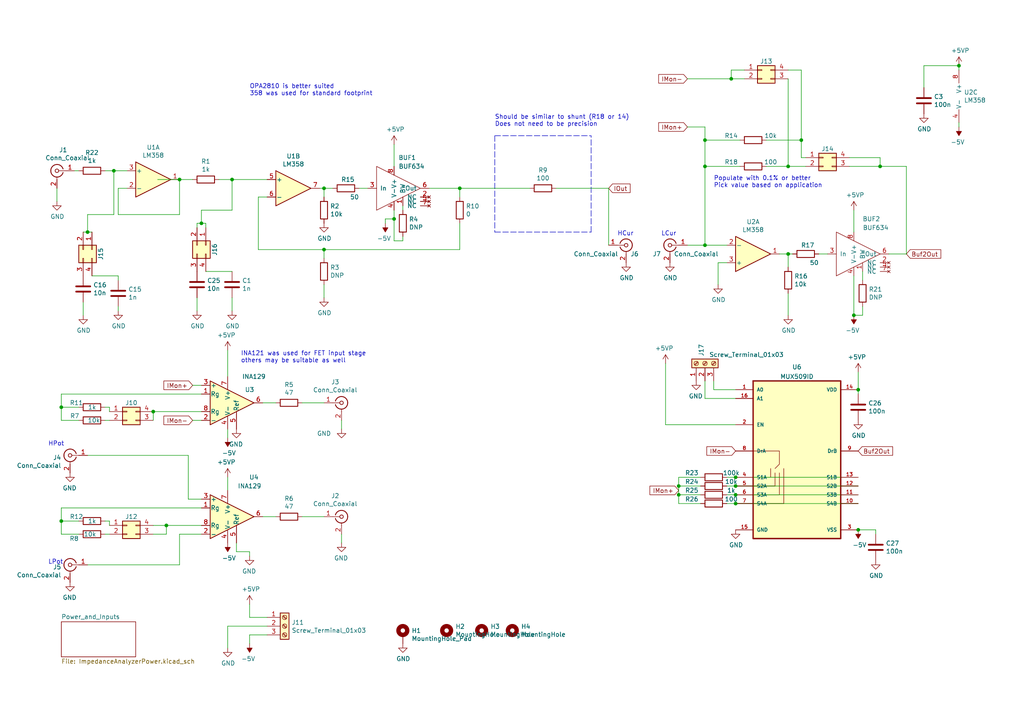
<source format=kicad_sch>
(kicad_sch (version 20211123) (generator eeschema)
  (paper "A4")
  (lib_symbols
    (symbol "Amplifier_Instrumentation:INA129" (pin_names (offset 0.127))
      (property "Reference" "U" (at 3.81 3.175 0))
      (property "Value" "INA129" (at 3.81 -3.175 0))
      (symbol "INA129_0_1"
        (polyline (pts (xy 7.62 0) (xy -5.08 6.35) (xy -5.08 -6.35) (xy 7.62 0)) (stroke (width 0.254)) (fill (type background)))
      )
      (symbol "INA129_1_1"
        (pin passive line (at -7.62 2.54 0) (length 2.54) (name "Rg") (number "1"))
        (pin input line (at -7.62 -5.08 0) (length 2.54) (name "-") (number "2"))
        (pin input line (at -7.62 5.08 0) (length 2.54) (name "+") (number "3"))
        (pin power_in line (at 0 -7.62 90) (length 3.81) (name "V-") (number "4"))
        (pin input line (at 2.54 -7.62 90) (length 5.08) (name "Ref") (number "5"))
        (pin output line (at 10.16 0 180) (length 2.54) (name "~") (number "6"))
        (pin power_in line (at 0 7.62 270) (length 3.81) (name "V+") (number "7"))
        (pin passive line (at -7.62 -2.54 0) (length 2.54) (name "Rg") (number "8"))
      )
    )
    (symbol "Amplifier_Operational:LM358" (pin_names (offset 0.127))
      (property "Reference" "U" (at 0 5.08 0))
      (property "Value" "LM358" (at 0 -5.08 0))
      (symbol "LM358_1_1"
        (polyline (pts (xy -5.08 5.08) (xy 5.08 0) (xy -5.08 -5.08) (xy -5.08 5.08)) (stroke (width 0.254)) (fill (type background)))
        (pin output line (at 7.62 0 180) (length 2.54) (name "~") (number "1"))
        (pin input line (at -7.62 -2.54 0) (length 2.54) (name "-") (number "2"))
        (pin input line (at -7.62 2.54 0) (length 2.54) (name "+") (number "3"))
      )
      (symbol "LM358_2_1"
        (polyline (pts (xy -5.08 5.08) (xy 5.08 0) (xy -5.08 -5.08) (xy -5.08 5.08)) (stroke (width 0.254)) (fill (type background)))
        (pin input line (at -7.62 2.54 0) (length 2.54) (name "+") (number "5"))
        (pin input line (at -7.62 -2.54 0) (length 2.54) (name "-") (number "6"))
        (pin output line (at 7.62 0 180) (length 2.54) (name "~") (number "7"))
      )
      (symbol "LM358_3_1"
        (pin power_in line (at -2.54 -7.62 90) (length 3.81) (name "V-") (number "4"))
        (pin power_in line (at -2.54 7.62 270) (length 3.81) (name "V+") (number "8"))
      )
    )
    (symbol "Connector:Conn_Coaxial" (pin_names (offset 1.016) hide)
      (property "Reference" "J" (at 0.254 3.048 0))
      (property "Value" "Conn_Coaxial" (at 2.921 0 90))
      (symbol "Conn_Coaxial_0_1"
        (arc (start -1.778 -0.508) (mid 0.222 -1.808) (end 1.778 0) (stroke (width 0.254)))
        (polyline (pts (xy -2.54 0) (xy -0.508 0)))
        (polyline (pts (xy 0 -2.54) (xy 0 -1.778)))
        (circle (center 0 0) (radius 0.508) (stroke (width 0.2032)))
        (arc (start 1.778 0) (mid 0.222 1.8083) (end -1.778 0.508) (stroke (width 0.254)))
      )
      (symbol "Conn_Coaxial_1_1"
        (pin passive line (at -5.08 0 0) (length 2.54) (name "In") (number "1"))
        (pin passive line (at 0 -5.08 90) (length 2.54) (name "Ext") (number "2"))
      )
    )
    (symbol "Connector:Screw_Terminal_01x03" (pin_names (offset 1.016) hide)
      (property "Reference" "J" (at 0 5.08 0))
      (property "Value" "Screw_Terminal_01x03" (at 0 -5.08 0))
      (symbol "Screw_Terminal_01x03_1_1"
        (rectangle (start -1.27 3.81) (end 1.27 -3.81) (stroke (width 0.254)) (fill (type background)))
        (circle (center 0 -2.54) (radius 0.635) (stroke (width 0.1524)))
        (polyline (pts (xy -0.5334 -2.2098) (xy 0.3302 -3.048)) (stroke (width 0.1524)))
        (polyline (pts (xy -0.5334 0.3302) (xy 0.3302 -0.508)) (stroke (width 0.1524)))
        (polyline (pts (xy -0.5334 2.8702) (xy 0.3302 2.032)) (stroke (width 0.1524)))
        (polyline (pts (xy -0.3556 -2.032) (xy 0.508 -2.8702)) (stroke (width 0.1524)))
        (polyline (pts (xy -0.3556 0.508) (xy 0.508 -0.3302)) (stroke (width 0.1524)))
        (polyline (pts (xy -0.3556 3.048) (xy 0.508 2.2098)) (stroke (width 0.1524)))
        (circle (center 0 0) (radius 0.635) (stroke (width 0.1524)))
        (circle (center 0 2.54) (radius 0.635) (stroke (width 0.1524)))
        (pin passive line (at -5.08 2.54 0) (length 3.81) (name "Pin_1") (number "1"))
        (pin passive line (at -5.08 0 0) (length 3.81) (name "Pin_2") (number "2"))
        (pin passive line (at -5.08 -2.54 0) (length 3.81) (name "Pin_3") (number "3"))
      )
    )
    (symbol "Connector_Generic:Conn_02x02_Counter_Clockwise" (pin_names (offset 1.016) hide)
      (property "Reference" "J" (at 1.27 2.54 0))
      (property "Value" "Conn_02x02_Counter_Clockwise" (at 1.27 -5.08 0))
      (symbol "Conn_02x02_Counter_Clockwise_1_1"
        (rectangle (start -1.27 -2.413) (end 0 -2.667) (stroke (width 0.1524)))
        (rectangle (start -1.27 0.127) (end 0 -0.127) (stroke (width 0.1524)))
        (rectangle (start -1.27 1.27) (end 3.81 -3.81) (stroke (width 0.254)) (fill (type background)))
        (rectangle (start 3.81 -2.413) (end 2.54 -2.667) (stroke (width 0.1524)))
        (rectangle (start 3.81 0.127) (end 2.54 -0.127) (stroke (width 0.1524)))
        (pin passive line (at -5.08 0 0) (length 3.81) (name "Pin_1") (number "1"))
        (pin passive line (at -5.08 -2.54 0) (length 3.81) (name "Pin_2") (number "2"))
        (pin passive line (at 7.62 -2.54 180) (length 3.81) (name "Pin_3") (number "3"))
        (pin passive line (at 7.62 0 180) (length 3.81) (name "Pin_4") (number "4"))
      )
    )
    (symbol "Device:C" (pin_numbers hide) (pin_names (offset 0.254))
      (property "Reference" "C" (at 0.635 2.54 0))
      (property "Value" "C" (at 0.635 -2.54 0))
      (symbol "C_0_1"
        (polyline (pts (xy -2.032 -0.762) (xy 2.032 -0.762)) (stroke (width 0.508)))
        (polyline (pts (xy -2.032 0.762) (xy 2.032 0.762)) (stroke (width 0.508)))
      )
      (symbol "C_1_1"
        (pin passive line (at 0 3.81 270) (length 2.794) (name "~") (number "1"))
        (pin passive line (at 0 -3.81 90) (length 2.794) (name "~") (number "2"))
      )
    )
    (symbol "Device:R" (pin_numbers hide) (pin_names (offset 0))
      (property "Reference" "R" (at 2.032 0 90))
      (property "Value" "R" (at 0 0 90))
      (symbol "R_0_1"
        (rectangle (start -1.016 -2.54) (end 1.016 2.54) (stroke (width 0.254)))
      )
      (symbol "R_1_1"
        (pin passive line (at 0 3.81 270) (length 1.27) (name "~") (number "1"))
        (pin passive line (at 0 -3.81 90) (length 1.27) (name "~") (number "2"))
      )
    )
    (symbol "Eli_Lib:BUF634" (pin_names (offset 1.016))
      (property "Reference" "BUF" (at 6.35 6.35 0))
      (property "Value" "Eli_Lib_BUF634" (at 7.62 3.81 0))
      (symbol "BUF634_0_1"
        (polyline (pts (xy -5.08 -6.35) (xy 7.62 0) (xy -5.08 6.35) (xy -5.08 -6.35)))
      )
      (symbol "BUF634_1_1"
        (pin input line (at 2.54 -5.08 90) (length 2.54) (name "BW") (number "1"))
        (pin no_connect line (at 10.16 -2.54 180) (length 2.54) (name "NC") (number "2"))
        (pin input line (at -7.62 0 0) (length 2.54) (name "In") (number "3"))
        (pin input line (at 0 -6.35 90) (length 2.54) (name "V-") (number "4"))
        (pin no_connect line (at 10.16 -3.81 180) (length 2.54) (name "NC") (number "5"))
        (pin input line (at 10.16 0 180) (length 2.54) (name "Out") (number "6"))
        (pin no_connect line (at 10.16 -5.08 180) (length 2.54) (name "NC") (number "7"))
        (pin input line (at 0 6.35 270) (length 2.54) (name "V+") (number "8"))
      )
    )
    (symbol "Eli_v6Lib:MUX509ID" (pin_names (offset 1.016))
      (property "Reference" "U" (at -12.7 23.8506 0))
      (property "Value" "MUX509ID" (at -12.7 -26.8478 0))
      (symbol "MUX509ID_0_0"
        (rectangle (start -12.7 -22.86) (end 12.7 22.86) (stroke (width 0.4064)) (fill (type background)))
        (pin input line (at -17.78 20.32 0) (length 5.08) (name "A0") (number "1"))
        (pin bidirectional line (at 17.78 -12.7 180) (length 5.08) (name "S4B") (number "10"))
        (pin bidirectional line (at 17.78 -10.16 180) (length 5.08) (name "S3B") (number "11"))
        (pin bidirectional line (at 17.78 -7.62 180) (length 5.08) (name "S2B") (number "12"))
        (pin power_in line (at 17.78 -5.08 180) (length 5.08) (name "S1B") (number "13"))
        (pin power_in line (at 17.78 20.32 180) (length 5.08) (name "VDD") (number "14"))
        (pin power_in line (at -17.78 -20.32 0) (length 5.08) (name "GND") (number "15"))
        (pin input line (at -17.78 17.78 0) (length 5.08) (name "A1") (number "16"))
        (pin input line (at -17.78 10.16 0) (length 5.08) (name "EN") (number "2"))
        (pin power_in line (at 17.78 -20.32 180) (length 5.08) (name "VSS") (number "3"))
        (pin bidirectional line (at -17.78 -5.08 0) (length 5.08) (name "S1A") (number "4"))
        (pin bidirectional line (at -17.78 -7.62 0) (length 5.08) (name "S2A") (number "5"))
        (pin bidirectional line (at -17.78 -10.16 0) (length 5.08) (name "S3A") (number "6"))
        (pin bidirectional line (at -17.78 -12.7 0) (length 5.08) (name "S4A") (number "7"))
        (pin bidirectional line (at -17.78 2.54 0) (length 5.08) (name "DrA") (number "8"))
        (pin bidirectional line (at 17.78 2.54 180) (length 5.08) (name "DrB") (number "9"))
      )
      (symbol "MUX509ID_0_1"
        (polyline (pts (xy -12.7 -12.7) (xy -3.81 -12.7) (xy -3.81 -2.54)) (stroke (width 0.1524)))
        (polyline (pts (xy -12.7 -10.16) (xy -5.08 -10.16) (xy -5.08 -3.81)) (stroke (width 0.1524)))
        (polyline (pts (xy -12.7 -7.62) (xy -6.35 -7.62) (xy -6.35 -3.81)) (stroke (width 0.1524)))
        (polyline (pts (xy -12.7 -5.08) (xy -7.62 -5.08) (xy -7.62 -2.54)) (stroke (width 0.1524)))
        (polyline (pts (xy -12.7 2.54) (xy -5.08 2.54) (xy -5.08 -1.27) (xy -6.35 -2.54)) (stroke (width 0.1524)))
      )
    )
    (symbol "Mechanical:MountingHole" (pin_names (offset 1.016))
      (property "Reference" "H" (at 0 5.08 0))
      (property "Value" "MountingHole" (at 0 3.175 0))
      (symbol "MountingHole_0_1"
        (circle (center 0 0) (radius 1.27) (stroke (width 1.27)))
      )
    )
    (symbol "Mechanical:MountingHole_Pad" (pin_numbers hide) (pin_names (offset 1.016) hide)
      (property "Reference" "H" (at 0 6.35 0))
      (property "Value" "MountingHole_Pad" (at 0 4.445 0))
      (symbol "MountingHole_Pad_0_1"
        (circle (center 0 1.27) (radius 1.27) (stroke (width 1.27)))
      )
      (symbol "MountingHole_Pad_1_1"
        (pin input line (at 0 -2.54 90) (length 2.54) (name "1") (number "1"))
      )
    )
    (symbol "power:+5VP" (power) (pin_names (offset 0))
      (property "Value" "+5VP" (at 0 3.556 0))
      (symbol "+5VP_0_1"
        (polyline (pts (xy -0.762 1.27) (xy 0 2.54)))
        (polyline (pts (xy 0 0) (xy 0 2.54)))
        (polyline (pts (xy 0 2.54) (xy 0.762 1.27)))
      )
      (symbol "+5VP_1_1"
        (pin power_in line (at 0 0 90) (length 0) hide (name "+5VP") (number "1"))
      )
    )
    (symbol "power:-5V" (power) (pin_names (offset 0))
      (property "Value" "-5V" (at 0 3.81 0))
      (symbol "-5V_0_0"
        (pin power_in line (at 0 0 90) (length 0) hide (name "-5V") (number "1"))
      )
      (symbol "-5V_0_1"
        (polyline (pts (xy 0 0) (xy 0 1.27) (xy 0.762 1.27) (xy 0 2.54) (xy -0.762 1.27) (xy 0 1.27)) (fill (type outline)))
      )
    )
    (symbol "power:GND" (power) (pin_names (offset 0))
      (property "Value" "GND" (at 0 -3.81 0))
      (symbol "GND_0_1"
        (polyline (pts (xy 0 0) (xy 0 -1.27) (xy 1.27 -1.27) (xy 0 -2.54) (xy -1.27 -1.27) (xy 0 -1.27)))
      )
      (symbol "GND_1_1"
        (pin power_in line (at 0 0 270) (length 0) hide (name "GND") (number "1"))
      )
    )
  )
  (junction (at 52.07 52.07))
  (junction (at 278.13 19.05))
  (junction (at 247.65 91.44))
  (junction (at 44.45 119.38))
  (junction (at 17.78 151.13))
  (junction (at 48.26 152.4))
  (junction (at 93.98 72.39))
  (junction (at 248.92 153.67))
  (junction (at 25.4 67.31))
  (junction (at 196.85 143.51))
  (junction (at 114.3 63.5))
  (junction (at 213.36 143.51))
  (junction (at 204.47 48.26))
  (junction (at 248.92 113.03))
  (junction (at 17.78 118.11))
  (junction (at 67.31 52.07))
  (junction (at 213.36 146.05))
  (junction (at 212.09 22.86))
  (junction (at 228.6 48.26))
  (junction (at 255.27 48.26))
  (junction (at 228.6 73.66))
  (junction (at 93.98 54.61))
  (junction (at 133.35 54.61))
  (junction (at 58.42 64.77))
  (junction (at 204.47 40.64))
  (junction (at 33.02 49.53))
  (junction (at 196.85 140.97))
  (junction (at 204.47 71.12))
  (junction (at 213.36 138.43))
  (junction (at 213.36 140.97))
  (junction (at 232.41 40.64))
  (wire (pts (xy 72.39 175.26) (xy 72.39 179.07)))
  (wire (pts (xy 74.93 72.39) (xy 74.93 57.15)))
  (wire (pts (xy 262.89 48.26) (xy 255.27 48.26)))
  (wire (pts (xy 59.69 64.77) (xy 59.69 66.04)))
  (wire (pts (xy 255.27 45.72) (xy 255.27 48.26)))
  (wire (pts (xy 24.13 67.31) (xy 25.4 67.31)))
  (wire (pts (xy 63.5 52.07) (xy 67.31 52.07)))
  (wire (pts (xy 214.63 48.26) (xy 204.47 48.26)))
  (wire (pts (xy 66.04 127) (xy 66.04 124.46)))
  (wire (pts (xy 44.45 119.38) (xy 44.45 121.92)))
  (wire (pts (xy 232.41 40.64) (xy 232.41 45.72)))
  (wire (pts (xy 228.6 48.26) (xy 233.68 48.26)))
  (wire (pts (xy 248.92 113.03) (xy 248.92 114.3)))
  (wire (pts (xy 204.47 115.57) (xy 204.47 110.49)))
  (wire (pts (xy 93.98 72.39) (xy 74.93 72.39)))
  (wire (pts (xy 66.04 138.43) (xy 66.04 142.24)))
  (wire (pts (xy 93.98 74.93) (xy 93.98 72.39)))
  (wire (pts (xy 250.19 78.74) (xy 250.19 81.28)))
  (wire (pts (xy 237.49 73.66) (xy 240.03 73.66)))
  (wire (pts (xy 247.65 60.96) (xy 247.65 67.31)))
  (wire (pts (xy 196.85 143.51) (xy 203.2 143.51)))
  (wire (pts (xy 57.15 66.04) (xy 57.15 64.77)))
  (wire (pts (xy 116.84 68.58) (xy 116.84 69.85)))
  (wire (pts (xy 17.78 114.3) (xy 58.42 114.3)))
  (wire (pts (xy 176.53 54.61) (xy 176.53 71.12)))
  (wire (pts (xy 54.61 132.08) (xy 25.4 132.08)))
  (wire (pts (xy 111.76 63.5) (xy 114.3 63.5)))
  (wire (pts (xy 72.39 161.29) (xy 72.39 160.02)))
  (wire (pts (xy 212.09 20.32) (xy 212.09 22.86)))
  (wire (pts (xy 210.82 138.43) (xy 213.36 138.43)))
  (wire (pts (xy 34.29 54.61) (xy 34.29 62.23)))
  (wire (pts (xy 34.29 80.01) (xy 34.29 81.28)))
  (wire (pts (xy 116.84 59.69) (xy 116.84 60.96)))
  (wire (pts (xy 36.83 54.61) (xy 34.29 54.61)))
  (wire (pts (xy 207.01 113.03) (xy 213.36 113.03)))
  (wire (pts (xy 54.61 144.78) (xy 54.61 132.08)))
  (wire (pts (xy 33.02 49.53) (xy 33.02 62.23)))
  (wire (pts (xy 111.76 64.77) (xy 111.76 63.5)))
  (wire (pts (xy 124.46 54.61) (xy 133.35 54.61)))
  (wire (pts (xy 44.45 154.94) (xy 48.26 154.94)))
  (wire (pts (xy 58.42 144.78) (xy 54.61 144.78)))
  (wire (pts (xy 17.78 151.13) (xy 17.78 147.32)))
  (wire (pts (xy 17.78 121.92) (xy 17.78 118.11)))
  (wire (pts (xy 17.78 154.94) (xy 17.78 151.13)))
  (wire (pts (xy 66.04 181.61) (xy 77.47 181.61)))
  (wire (pts (xy 204.47 40.64) (xy 204.47 48.26)))
  (wire (pts (xy 58.42 64.77) (xy 59.69 64.77)))
  (wire (pts (xy 232.41 45.72) (xy 233.68 45.72)))
  (wire (pts (xy 93.98 86.36) (xy 93.98 82.55)))
  (wire (pts (xy 92.71 54.61) (xy 93.98 54.61)))
  (wire (pts (xy 193.04 123.19) (xy 213.36 123.19)))
  (wire (pts (xy 48.26 152.4) (xy 48.26 154.94)))
  (wire (pts (xy 80.01 149.86) (xy 76.2 149.86)))
  (polyline (pts (xy 171.45 67.31) (xy 171.45 39.37)))
  (wire (pts (xy 33.02 49.53) (xy 36.83 49.53)))
  (wire (pts (xy 267.97 19.05) (xy 267.97 25.4)))
  (wire (pts (xy 278.13 35.56) (xy 278.13 36.83)))
  (wire (pts (xy 133.35 54.61) (xy 153.67 54.61)))
  (wire (pts (xy 31.75 119.38) (xy 31.75 118.11)))
  (wire (pts (xy 116.84 69.85) (xy 114.3 69.85)))
  (wire (pts (xy 228.6 20.32) (xy 232.41 20.32)))
  (wire (pts (xy 232.41 20.32) (xy 232.41 40.64)))
  (wire (pts (xy 213.36 138.43) (xy 248.92 138.43)))
  (wire (pts (xy 52.07 52.07) (xy 52.07 62.23)))
  (wire (pts (xy 58.42 121.92) (xy 55.88 121.92)))
  (wire (pts (xy 114.3 63.5) (xy 114.3 60.96)))
  (wire (pts (xy 26.67 80.01) (xy 34.29 80.01)))
  (wire (pts (xy 228.6 91.44) (xy 228.6 85.09)))
  (wire (pts (xy 254 153.67) (xy 248.92 153.67)))
  (wire (pts (xy 93.98 54.61) (xy 96.52 54.61)))
  (wire (pts (xy 213.36 115.57) (xy 204.47 115.57)))
  (wire (pts (xy 48.26 152.4) (xy 58.42 152.4)))
  (wire (pts (xy 66.04 187.96) (xy 66.04 181.61)))
  (wire (pts (xy 55.88 111.76) (xy 58.42 111.76)))
  (wire (pts (xy 34.29 90.17) (xy 34.29 88.9)))
  (polyline (pts (xy 143.51 39.37) (xy 143.51 67.31)))
  (wire (pts (xy 204.47 36.83) (xy 204.47 40.64)))
  (wire (pts (xy 104.14 54.61) (xy 106.68 54.61)))
  (wire (pts (xy 52.07 154.94) (xy 58.42 154.94)))
  (wire (pts (xy 204.47 48.26) (xy 204.47 71.12)))
  (wire (pts (xy 226.06 73.66) (xy 228.6 73.66)))
  (wire (pts (xy 17.78 118.11) (xy 22.86 118.11)))
  (wire (pts (xy 72.39 160.02) (xy 68.58 160.02)))
  (wire (pts (xy 72.39 186.69) (xy 72.39 184.15)))
  (wire (pts (xy 93.98 54.61) (xy 93.98 57.15)))
  (wire (pts (xy 212.09 22.86) (xy 215.9 22.86)))
  (wire (pts (xy 57.15 90.17) (xy 57.15 86.36)))
  (wire (pts (xy 99.06 124.46) (xy 99.06 121.92)))
  (wire (pts (xy 161.29 54.61) (xy 176.53 54.61)))
  (wire (pts (xy 68.58 160.02) (xy 68.58 157.48)))
  (wire (pts (xy 22.86 49.53) (xy 21.59 49.53)))
  (wire (pts (xy 257.81 73.66) (xy 262.89 73.66)))
  (wire (pts (xy 66.04 101.6) (xy 66.04 109.22)))
  (wire (pts (xy 208.28 76.2) (xy 210.82 76.2)))
  (wire (pts (xy 228.6 73.66) (xy 229.87 73.66)))
  (wire (pts (xy 72.39 184.15) (xy 77.47 184.15)))
  (wire (pts (xy 44.45 152.4) (xy 48.26 152.4)))
  (wire (pts (xy 33.02 62.23) (xy 25.4 62.23)))
  (wire (pts (xy 34.29 62.23) (xy 52.07 62.23)))
  (wire (pts (xy 213.36 143.51) (xy 248.92 143.51)))
  (wire (pts (xy 22.86 154.94) (xy 17.78 154.94)))
  (wire (pts (xy 52.07 52.07) (xy 55.88 52.07)))
  (wire (pts (xy 222.25 40.64) (xy 232.41 40.64)))
  (wire (pts (xy 52.07 154.94) (xy 52.07 163.83)))
  (wire (pts (xy 208.28 82.55) (xy 208.28 76.2)))
  (wire (pts (xy 30.48 151.13) (xy 31.75 151.13)))
  (wire (pts (xy 246.38 45.72) (xy 255.27 45.72)))
  (wire (pts (xy 44.45 119.38) (xy 58.42 119.38)))
  (wire (pts (xy 114.3 69.85) (xy 114.3 63.5)))
  (wire (pts (xy 30.48 121.92) (xy 31.75 121.92)))
  (wire (pts (xy 30.48 49.53) (xy 33.02 49.53)))
  (wire (pts (xy 52.07 163.83) (xy 25.4 163.83)))
  (wire (pts (xy 17.78 151.13) (xy 22.86 151.13)))
  (wire (pts (xy 67.31 52.07) (xy 67.31 60.96)))
  (wire (pts (xy 193.04 105.41) (xy 193.04 123.19)))
  (wire (pts (xy 133.35 64.77) (xy 133.35 72.39)))
  (wire (pts (xy 196.85 138.43) (xy 196.85 140.97)))
  (wire (pts (xy 247.65 91.44) (xy 250.19 91.44)))
  (wire (pts (xy 52.07 52.07) (xy 45.72 52.07)))
  (wire (pts (xy 87.63 116.84) (xy 93.98 116.84)))
  (wire (pts (xy 30.48 118.11) (xy 31.75 118.11)))
  (wire (pts (xy 203.2 138.43) (xy 196.85 138.43)))
  (wire (pts (xy 80.01 116.84) (xy 76.2 116.84)))
  (wire (pts (xy 30.48 154.94) (xy 31.75 154.94)))
  (wire (pts (xy 278.13 19.05) (xy 278.13 20.32)))
  (wire (pts (xy 17.78 118.11) (xy 17.78 114.3)))
  (wire (pts (xy 93.98 72.39) (xy 133.35 72.39)))
  (polyline (pts (xy 143.51 67.31) (xy 171.45 67.31)))
  (wire (pts (xy 57.15 64.77) (xy 58.42 64.77)))
  (wire (pts (xy 207.01 110.49) (xy 207.01 113.03)))
  (wire (pts (xy 87.63 149.86) (xy 93.98 149.86)))
  (wire (pts (xy 67.31 90.17) (xy 67.31 86.36)))
  (wire (pts (xy 72.39 179.07) (xy 77.47 179.07)))
  (wire (pts (xy 16.51 58.42) (xy 16.51 54.61)))
  (wire (pts (xy 215.9 20.32) (xy 212.09 20.32)))
  (wire (pts (xy 99.06 157.48) (xy 99.06 154.94)))
  (wire (pts (xy 204.47 71.12) (xy 199.39 71.12)))
  (wire (pts (xy 250.19 91.44) (xy 250.19 88.9)))
  (wire (pts (xy 248.92 107.95) (xy 248.92 113.03)))
  (wire (pts (xy 210.82 143.51) (xy 213.36 143.51)))
  (wire (pts (xy 199.39 22.86) (xy 212.09 22.86)))
  (wire (pts (xy 262.89 48.26) (xy 262.89 73.66)))
  (wire (pts (xy 213.36 140.97) (xy 248.92 140.97)))
  (wire (pts (xy 133.35 54.61) (xy 133.35 57.15)))
  (wire (pts (xy 67.31 60.96) (xy 58.42 60.96)))
  (wire (pts (xy 228.6 22.86) (xy 228.6 48.26)))
  (wire (pts (xy 25.4 67.31) (xy 26.67 67.31)))
  (wire (pts (xy 58.42 60.96) (xy 58.42 64.77)))
  (wire (pts (xy 199.39 36.83) (xy 204.47 36.83)))
  (wire (pts (xy 24.13 91.44) (xy 24.13 87.63)))
  (wire (pts (xy 228.6 73.66) (xy 228.6 77.47)))
  (wire (pts (xy 31.75 152.4) (xy 31.75 151.13)))
  (wire (pts (xy 67.31 52.07) (xy 77.47 52.07)))
  (wire (pts (xy 196.85 140.97) (xy 196.85 143.51)))
  (wire (pts (xy 247.65 80.01) (xy 247.65 91.44)))
  (polyline (pts (xy 143.51 39.37) (xy 171.45 39.37)))
  (wire (pts (xy 210.82 71.12) (xy 204.47 71.12)))
  (wire (pts (xy 203.2 146.05) (xy 196.85 146.05)))
  (wire (pts (xy 222.25 48.26) (xy 228.6 48.26)))
  (wire (pts (xy 254 154.94) (xy 254 153.67)))
  (wire (pts (xy 114.3 41.91) (xy 114.3 48.26)))
  (wire (pts (xy 210.82 146.05) (xy 213.36 146.05)))
  (wire (pts (xy 213.36 146.05) (xy 248.92 146.05)))
  (wire (pts (xy 210.82 140.97) (xy 213.36 140.97)))
  (wire (pts (xy 203.2 140.97) (xy 196.85 140.97)))
  (wire (pts (xy 74.93 57.15) (xy 77.47 57.15)))
  (wire (pts (xy 22.86 121.92) (xy 17.78 121.92)))
  (wire (pts (xy 204.47 40.64) (xy 214.63 40.64)))
  (wire (pts (xy 25.4 62.23) (xy 25.4 67.31)))
  (wire (pts (xy 59.69 78.74) (xy 67.31 78.74)))
  (wire (pts (xy 278.13 19.05) (xy 267.97 19.05)))
  (wire (pts (xy 17.78 147.32) (xy 58.42 147.32)))
  (wire (pts (xy 196.85 146.05) (xy 196.85 143.51)))
  (wire (pts (xy 246.38 48.26) (xy 255.27 48.26)))
  (text "HCur" (at 179.07 68.58 0) (effects (font (size 1.27 1.27)) (justify left bottom)))
  (text "Should be similar to shunt (R18 or 14)\nDoes not need to be precision" (at 143.51 36.83 0) (effects (font (size 1.27 1.27)) (justify left bottom)))
  (text "INA121 was used for FET input stage\nothers may be suitable as well" (at 69.85 105.41 0) (effects (font (size 1.27 1.27)) (justify left bottom)))
  (text "LCur" (at 191.77 68.58 0) (effects (font (size 1.27 1.27)) (justify left bottom)))
  (text "LPot" (at 13.97 163.83 0) (effects (font (size 1.27 1.27)) (justify left bottom)))
  (text "HPot" (at 13.97 129.54 0) (effects (font (size 1.27 1.27)) (justify left bottom)))
  (text "OPA2810 is better suited\n358 was used for standard footprint" (at 72.39 27.94 0) (effects (font (size 1.27 1.27)) (justify left bottom)))
  (text "Populate with 0.1% or better\nPick value based on application" (at 207.01 54.61 0) (effects (font (size 1.27 1.27)) (justify left bottom)))
  (global_label "IMon-" (shape input) (at 199.39 22.86 180) (property "Intersheet References" "${INTERSHEET_REFS}" (effects hide)))
  (global_label "IMon-" (shape input) (at 55.88 121.92 180) (property "Intersheet References" "${INTERSHEET_REFS}" (effects hide)))
  (global_label "Buf2Out" (shape input) (at 248.92 130.81 0) (property "Intersheet References" "${INTERSHEET_REFS}" (effects hide)))
  (global_label "Buf2Out" (shape input) (at 262.89 73.66 0) (property "Intersheet References" "${INTERSHEET_REFS}" (effects hide)))
  (global_label "IOut" (shape input) (at 176.53 54.61 0) (property "Intersheet References" "${INTERSHEET_REFS}" (effects hide)))
  (global_label "IMon+" (shape input) (at 199.39 36.83 180) (property "Intersheet References" "${INTERSHEET_REFS}" (effects hide)))
  (global_label "IMon+" (shape input) (at 55.88 111.76 180) (property "Intersheet References" "${INTERSHEET_REFS}" (effects hide)))
  (global_label "IMon-" (shape input) (at 213.36 130.81 180) (property "Intersheet References" "${INTERSHEET_REFS}" (effects hide)))
  (global_label "IMon+" (shape input) (at 196.85 142.24 180) (property "Intersheet References" "${INTERSHEET_REFS}" (effects hide)))
  (symbol (lib_id "Amplifier_Instrumentation:INA129") (at 66.04 149.86 0) (unit 1)
    (property "Reference" "U4" (at 73.66 138.43 0))
    (property "Value" "INA129" (at 72.39 140.97 0))
    (property "Footprint" "Package_DIP:DIP-8_W7.62mm" (effects hide))
    (property "Datasheet" "http://www.ti.com/lit/ds/symlink/ina128.pdf" (effects hide))
  )
  (symbol (lib_id "Connector:Conn_Coaxial") (at 16.51 49.53 0) (mirror y) (unit 1)
    (property "Reference" "J1" (at 18.3388 43.4848 0))
    (property "Value" "Conn_Coaxial" (at 19.6088 45.7962 0))
    (property "Footprint" "Connector_Coaxial:BNC_TEConnectivity_1478204_Vertical" (effects hide))
    (property "Datasheet" " ~" (effects hide))
  )
  (symbol (lib_id "Amplifier_Operational:LM358") (at 44.45 52.07 0) (unit 1)
    (property "Reference" "U1" (at 44.45 42.7482 0))
    (property "Value" "LM358" (at 44.45 45.0596 0))
    (property "Footprint" "Package_SO:SO-8_3.9x4.9mm_P1.27mm" (effects hide))
    (property "Datasheet" "http://www.ti.com/lit/ds/symlink/lm2904-n.pdf" (effects hide))
  )
  (symbol (lib_id "Device:R") (at 93.98 60.96 0) (unit 1)
    (property "Reference" "R2" (at 95.758 59.7916 0) (effects (justify left)))
    (property "Value" "10k" (at 95.758 62.103 0) (effects (justify left)))
    (property "Footprint" "Resistor_SMD:R_1206_3216Metric" (effects hide))
  )
  (symbol (lib_id "Device:R") (at 93.98 78.74 0) (unit 1)
    (property "Reference" "R3" (at 95.758 77.5716 0) (effects (justify left)))
    (property "Value" "DNP" (at 95.758 79.883 0) (effects (justify left)))
    (property "Footprint" "Resistor_SMD:R_1206_3216Metric" (effects hide))
  )
  (symbol (lib_id "Device:R") (at 59.69 52.07 270) (unit 1)
    (property "Reference" "R1" (at 59.69 46.8122 90))
    (property "Value" "1k" (at 59.69 49.1236 90))
    (property "Footprint" "Resistor_SMD:R_1206_3216Metric" (effects hide))
  )
  (symbol (lib_id "Device:C") (at 67.31 82.55 0) (unit 1)
    (property "Reference" "C1" (at 70.231 81.3816 0) (effects (justify left)))
    (property "Value" "1n" (at 70.231 83.693 0) (effects (justify left)))
    (property "Footprint" "Capacitor_SMD:C_0805_2012Metric" (effects hide))
  )
  (symbol (lib_id "power:GND") (at 16.51 58.42 0) (unit 1)
    (property "Reference" "#PWR0101" (effects hide))
    (property "Value" "GND" (at 16.637 62.8142 0))
  )
  (symbol (lib_id "power:GND") (at 67.31 90.17 0) (unit 1)
    (property "Reference" "#PWR0102" (effects hide))
    (property "Value" "GND" (at 67.437 94.5642 0))
  )
  (symbol (lib_id "power:GND") (at 93.98 86.36 0) (unit 1)
    (property "Reference" "#PWR0103" (effects hide))
    (property "Value" "GND" (at 94.107 90.7542 0))
  )
  (symbol (lib_id "Device:R") (at 157.48 54.61 270) (unit 1)
    (property "Reference" "R9" (at 157.48 49.3522 90))
    (property "Value" "100" (at 157.48 51.6636 90))
    (property "Footprint" "Resistor_SMD:R_1206_3216Metric" (effects hide))
  )
  (symbol (lib_id "Connector:Conn_Coaxial") (at 181.61 71.12 0) (unit 1)
    (property "Reference" "J6" (at 182.88 73.66 0) (effects (justify left)))
    (property "Value" "Conn_Coaxial" (at 166.37 73.66 0) (effects (justify left)))
    (property "Footprint" "Connector_Coaxial:BNC_TEConnectivity_1478204_Vertical" (effects hide))
    (property "Datasheet" " ~" (effects hide))
  )
  (symbol (lib_id "Connector:Conn_Coaxial") (at 20.32 132.08 0) (mirror y) (unit 1)
    (property "Reference" "J4" (at 17.78 132.715 0) (effects (justify left)))
    (property "Value" "Conn_Coaxial" (at 17.78 135.0264 0) (effects (justify left)))
    (property "Footprint" "Connector_Coaxial:BNC_TEConnectivity_1478204_Vertical" (effects hide))
    (property "Datasheet" " ~" (effects hide))
  )
  (symbol (lib_id "Connector:Conn_Coaxial") (at 20.32 163.83 0) (mirror y) (unit 1)
    (property "Reference" "J5" (at 17.78 164.465 0) (effects (justify left)))
    (property "Value" "Conn_Coaxial" (at 17.78 166.7764 0) (effects (justify left)))
    (property "Footprint" "Connector_Coaxial:BNC_TEConnectivity_1478204_Vertical" (effects hide))
    (property "Datasheet" " ~" (effects hide))
  )
  (symbol (lib_id "Connector:Conn_Coaxial") (at 194.31 71.12 0) (mirror y) (unit 1)
    (property "Reference" "J7" (at 190.5 73.66 0))
    (property "Value" "Conn_Coaxial" (at 201.93 73.66 0))
    (property "Footprint" "Connector_Coaxial:BNC_TEConnectivity_1478204_Vertical" (effects hide))
    (property "Datasheet" " ~" (effects hide))
  )
  (symbol (lib_id "power:GND") (at 20.32 137.16 0) (mirror y) (unit 1)
    (property "Reference" "#PWR0106" (effects hide))
    (property "Value" "GND" (at 20.193 141.5542 0))
  )
  (symbol (lib_id "power:GND") (at 181.61 76.2 0) (unit 1)
    (property "Reference" "#PWR0107" (effects hide))
    (property "Value" "GND" (at 181.737 80.5942 0))
  )
  (symbol (lib_id "power:GND") (at 20.32 168.91 0) (mirror y) (unit 1)
    (property "Reference" "#PWR0108" (effects hide))
    (property "Value" "GND" (at 20.193 173.3042 0))
  )
  (symbol (lib_id "power:GND") (at 194.31 76.2 0) (unit 1)
    (property "Reference" "#PWR0109" (effects hide))
    (property "Value" "GND" (at 194.437 80.5942 0))
  )
  (symbol (lib_id "Amplifier_Instrumentation:INA129") (at 66.04 116.84 0) (unit 1)
    (property "Reference" "U3" (at 72.39 113.03 0))
    (property "Value" "INA129" (at 73.66 109.22 0))
    (property "Footprint" "Package_DIP:DIP-8_W7.62mm" (effects hide))
    (property "Datasheet" "http://www.ti.com/lit/ds/symlink/ina128.pdf" (effects hide))
  )
  (symbol (lib_id "Device:R") (at 26.67 121.92 270) (unit 1)
    (property "Reference" "R7" (at 20.32 120.65 90) (effects (justify left)))
    (property "Value" "10k" (at 25.4 121.92 90) (effects (justify left)))
    (property "Footprint" "Resistor_SMD:R_1206_3216Metric" (effects hide))
  )
  (symbol (lib_id "Device:R") (at 26.67 154.94 90) (mirror x) (unit 1)
    (property "Reference" "R8" (at 22.86 156.21 90) (effects (justify left)))
    (property "Value" "10k" (at 27.94 154.94 90) (effects (justify left)))
    (property "Footprint" "Resistor_SMD:R_1206_3216Metric" (effects hide))
  )
  (symbol (lib_id "Connector:Conn_Coaxial") (at 99.06 149.86 0) (unit 1)
    (property "Reference" "J2" (at 97.2312 143.8148 0))
    (property "Value" "Conn_Coaxial" (at 97.2312 146.1262 0))
    (property "Footprint" "Connector_Coaxial:BNC_TEConnectivity_1478204_Vertical" (effects hide))
    (property "Datasheet" " ~" (effects hide))
  )
  (symbol (lib_id "Device:R") (at 83.82 116.84 90) (mirror x) (unit 1)
    (property "Reference" "R5" (at 83.82 111.5822 90))
    (property "Value" "47" (at 83.82 113.8936 90))
    (property "Footprint" "Resistor_SMD:R_1206_3216Metric" (effects hide))
  )
  (symbol (lib_id "power:GND") (at 99.06 157.48 0) (mirror y) (unit 1)
    (property "Reference" "#PWR0111" (effects hide))
    (property "Value" "GND" (at 98.933 161.8742 0))
  )
  (symbol (lib_id "Connector:Conn_Coaxial") (at 99.06 116.84 0) (unit 1)
    (property "Reference" "J3" (at 97.2312 110.7948 0))
    (property "Value" "Conn_Coaxial" (at 97.2312 113.1062 0))
    (property "Footprint" "Connector_Coaxial:BNC_TEConnectivity_1478204_Vertical" (effects hide))
    (property "Datasheet" " ~" (effects hide))
  )
  (symbol (lib_id "Device:R") (at 83.82 149.86 90) (mirror x) (unit 1)
    (property "Reference" "R6" (at 83.82 144.6022 90))
    (property "Value" "47" (at 83.82 146.9136 90))
    (property "Footprint" "Resistor_SMD:R_1206_3216Metric" (effects hide))
  )
  (symbol (lib_id "power:GND") (at 99.06 124.46 0) (mirror y) (unit 1)
    (property "Reference" "#PWR0112" (effects hide))
    (property "Value" "GND" (at 93.98 125.73 0))
  )
  (symbol (lib_id "power:-5V") (at 66.04 157.48 0) (mirror x) (unit 1)
    (property "Reference" "#PWR0120" (effects hide))
    (property "Value" "-5V" (at 66.421 161.8742 0))
  )
  (symbol (lib_id "power:-5V") (at 66.04 127 0) (mirror x) (unit 1)
    (property "Reference" "#PWR0121" (effects hide))
    (property "Value" "-5V" (at 66.421 131.3942 0))
  )
  (symbol (lib_id "power:GND") (at 68.58 124.46 0) (mirror y) (unit 1)
    (property "Reference" "#PWR0122" (effects hide))
    (property "Value" "GND" (at 68.453 128.8542 0))
  )
  (symbol (lib_id "power:GND") (at 72.39 161.29 0) (mirror y) (unit 1)
    (property "Reference" "#PWR0123" (effects hide))
    (property "Value" "GND" (at 72.263 165.6842 0))
  )
  (symbol (lib_id "Connector:Screw_Terminal_01x03") (at 82.55 181.61 0) (unit 1)
    (property "Reference" "J11" (at 84.582 180.5432 0) (effects (justify left)))
    (property "Value" "Screw_Terminal_01x03" (at 84.582 182.8546 0) (effects (justify left)))
    (property "Footprint" "TerminalBlock:TerminalBlock_bornier-3_P5.08mm" (effects hide))
  )
  (symbol (lib_id "power:GND") (at 66.04 187.96 0) (unit 1)
    (property "Reference" "#PWR0138" (effects hide))
    (property "Value" "GND" (at 66.167 192.3542 0))
  )
  (symbol (lib_id "power:-5V") (at 72.39 186.69 180) (unit 1)
    (property "Reference" "#PWR0139" (effects hide))
    (property "Value" "-5V" (at 72.009 191.0842 0))
  )
  (symbol (lib_id "power:+5VP") (at 66.04 138.43 0) (mirror y) (unit 1)
    (property "Reference" "#PWR0127" (effects hide))
    (property "Value" "+5VP" (at 65.659 134.0358 0))
  )
  (symbol (lib_id "power:+5VP") (at 72.39 175.26 0) (unit 1)
    (property "Reference" "#PWR0137" (effects hide))
    (property "Value" "+5VP" (at 72.771 170.8658 0))
  )
  (symbol (lib_id "power:+5VP") (at 66.04 101.6 0) (mirror y) (unit 1)
    (property "Reference" "#PWR0140" (effects hide))
    (property "Value" "+5VP" (at 65.659 97.2058 0))
  )
  (symbol (lib_id "Device:R") (at 218.44 48.26 270) (unit 1)
    (property "Reference" "R18" (at 212.09 46.99 90))
    (property "Value" "100" (at 223.52 46.99 90))
    (property "Footprint" "Resistor_SMD:R_1206_3216Metric" (effects hide))
  )
  (symbol (lib_id "Amplifier_Operational:LM358") (at 218.44 73.66 0) (mirror x) (unit 1)
    (property "Reference" "U2" (at 218.44 64.3382 0))
    (property "Value" "LM358" (at 218.44 66.6496 0))
    (property "Footprint" "Package_SO:SO-8_3.9x4.9mm_P1.27mm" (effects hide))
    (property "Datasheet" "http://www.ti.com/lit/ds/symlink/lm2904-n.pdf" (effects hide))
  )
  (symbol (lib_id "power:GND") (at 208.28 82.55 0) (unit 1)
    (property "Reference" "#PWR0105" (effects hide))
    (property "Value" "GND" (at 208.407 86.9442 0))
  )
  (symbol (lib_id "Eli_Lib:BUF634") (at 247.65 73.66 0) (unit 1)
    (property "Reference" "BUF2" (at 252.73 63.5 0))
    (property "Value" "BUF634" (at 254 66.04 0))
    (property "Footprint" "Package_SO:SO-8_3.9x4.9mm_P1.27mm" (effects hide))
  )
  (symbol (lib_id "Eli_Lib:BUF634") (at 114.3 54.61 0) (unit 1)
    (property "Reference" "BUF1" (at 118.11 45.72 0))
    (property "Value" "BUF634" (at 119.38 48.26 0))
    (property "Footprint" "Package_SO:SO-8_3.9x4.9mm_P1.27mm" (effects hide))
  )
  (symbol (lib_id "Device:R") (at 133.35 60.96 0) (unit 1)
    (property "Reference" "R10" (at 135.128 59.7916 0) (effects (justify left)))
    (property "Value" "0" (at 135.128 62.103 0) (effects (justify left)))
    (property "Footprint" "Resistor_SMD:R_1206_3216Metric" (effects hide))
  )
  (symbol (lib_id "Device:R") (at 116.84 64.77 0) (unit 1)
    (property "Reference" "R4" (at 118.618 63.6016 0) (effects (justify left)))
    (property "Value" "DNP" (at 118.618 65.913 0) (effects (justify left)))
    (property "Footprint" "Resistor_SMD:R_1206_3216Metric" (effects hide))
  )
  (symbol (lib_id "power:-5V") (at 111.76 64.77 180) (unit 1)
    (property "Reference" "#PWR0110" (effects hide))
    (property "Value" "-5V" (at 111.379 69.1642 0))
  )
  (symbol (lib_id "power:+5VP") (at 114.3 41.91 0) (unit 1)
    (property "Reference" "#PWR0128" (effects hide))
    (property "Value" "+5VP" (at 114.681 37.5158 0))
  )
  (symbol (lib_id "Device:R") (at 250.19 85.09 0) (unit 1)
    (property "Reference" "R21" (at 251.968 83.9216 0) (effects (justify left)))
    (property "Value" "DNP" (at 251.968 86.233 0) (effects (justify left)))
    (property "Footprint" "Resistor_SMD:R_1206_3216Metric" (effects hide))
  )
  (symbol (lib_id "power:-5V") (at 247.65 91.44 180) (unit 1)
    (property "Reference" "#PWR0130" (effects hide))
    (property "Value" "-5V" (at 247.269 95.8342 0))
  )
  (symbol (lib_id "power:+5VP") (at 247.65 60.96 0) (unit 1)
    (property "Reference" "#PWR0141" (effects hide))
    (property "Value" "+5VP" (at 248.031 56.5658 0))
  )
  (symbol (lib_id "Mechanical:MountingHole_Pad") (at 116.84 184.15 0) (unit 1)
    (property "Reference" "H1" (at 119.38 182.9054 0) (effects (justify left)))
    (property "Value" "MountingHole_Pad" (at 119.38 185.2168 0) (effects (justify left)))
    (property "Footprint" "MountingHole:MountingHole_4.3mm_M4_Pad" (effects hide))
  )
  (symbol (lib_id "Mechanical:MountingHole") (at 129.54 182.88 0) (unit 1)
    (property "Reference" "H2" (at 132.08 181.7116 0) (effects (justify left)))
    (property "Value" "MountingHole" (at 132.08 184.023 0) (effects (justify left)))
    (property "Footprint" "MountingHole:MountingHole_4mm" (effects hide))
  )
  (symbol (lib_id "Mechanical:MountingHole") (at 139.7 182.88 0) (unit 1)
    (property "Reference" "H3" (at 142.24 181.7116 0) (effects (justify left)))
    (property "Value" "MountingHole" (at 142.24 184.023 0) (effects (justify left)))
    (property "Footprint" "MountingHole:MountingHole_4mm" (effects hide))
  )
  (symbol (lib_id "Mechanical:MountingHole") (at 148.59 182.88 0) (unit 1)
    (property "Reference" "H4" (at 151.13 181.7116 0) (effects (justify left)))
    (property "Value" "MountingHole" (at 151.13 184.023 0) (effects (justify left)))
    (property "Footprint" "MountingHole:MountingHole_4mm" (effects hide))
  )
  (symbol (lib_id "power:GND") (at 116.84 186.69 0) (unit 1)
    (property "Reference" "#PWR0166" (effects hide))
    (property "Value" "GND" (at 116.967 191.0842 0))
  )
  (symbol (lib_id "Amplifier_Operational:LM358") (at 280.67 27.94 0) (unit 3)
    (property "Reference" "U2" (at 279.6032 26.7716 0) (effects (justify left)))
    (property "Value" "LM358" (at 279.6032 29.083 0) (effects (justify left)))
    (property "Footprint" "Package_SO:SO-8_3.9x4.9mm_P1.27mm" (effects hide))
    (property "Datasheet" "http://www.ti.com/lit/ds/symlink/lm2904-n.pdf" (effects hide))
  )
  (symbol (lib_id "power:+5VP") (at 278.13 19.05 0) (unit 1)
    (property "Reference" "#PWR0142" (effects hide))
    (property "Value" "+5VP" (at 278.511 14.6558 0))
  )
  (symbol (lib_id "power:-5V") (at 278.13 36.83 180) (unit 1)
    (property "Reference" "#PWR0146" (effects hide))
    (property "Value" "-5V" (at 277.749 41.2242 0))
  )
  (symbol (lib_id "Device:C") (at 267.97 29.21 0) (unit 1)
    (property "Reference" "C3" (at 270.891 28.0416 0) (effects (justify left)))
    (property "Value" "100n" (at 270.891 30.353 0) (effects (justify left)))
    (property "Footprint" "Capacitor_SMD:C_0805_2012Metric" (effects hide))
  )
  (symbol (lib_id "power:GND") (at 267.97 33.02 0) (unit 1)
    (property "Reference" "#PWR0147" (effects hide))
    (property "Value" "GND" (at 268.097 37.4142 0))
  )
  (symbol (lib_id "Device:R") (at 207.01 143.51 270) (unit 1)
    (property "Reference" "R25" (at 200.66 142.24 90))
    (property "Value" "1k" (at 212.09 142.24 90))
    (property "Footprint" "Resistor_SMD:R_1206_3216Metric" (effects hide))
  )
  (symbol (lib_id "Device:R") (at 207.01 140.97 270) (unit 1)
    (property "Reference" "R24" (at 200.66 139.7 90))
    (property "Value" "10k" (at 212.09 139.7 90))
    (property "Footprint" "Resistor_SMD:R_1206_3216Metric" (effects hide))
  )
  (symbol (lib_id "Device:R") (at 26.67 151.13 90) (mirror x) (unit 1)
    (property "Reference" "R12" (at 24.13 149.86 90) (effects (justify left)))
    (property "Value" "1k" (at 27.94 151.13 90) (effects (justify left)))
    (property "Footprint" "Resistor_SMD:R_1206_3216Metric" (effects hide))
  )
  (symbol (lib_id "power:GND") (at 254 162.56 0) (unit 1)
    (property "Reference" "#PWR0178" (effects hide))
    (property "Value" "GND" (at 254.127 166.9542 0))
  )
  (symbol (lib_id "Connector_Generic:Conn_02x02_Counter_Clockwise") (at 26.67 72.39 270) (unit 1)
    (property "Reference" "J15" (at 29.21 73.66 0))
    (property "Value" "Conn_02x02_Counter_Clockwise" (effects hide))
    (property "Footprint" "Connector_PinHeader_2.54mm:PinHeader_2x02_P2.54mm_Vertical" (effects hide))
  )
  (symbol (lib_id "Eli_v6Lib:MUX509ID") (at 231.14 133.35 0) (unit 1)
    (property "Reference" "U6" (at 231.14 106.4473 0))
    (property "Value" "MUX509ID" (at 231.14 109.2224 0))
    (property "Footprint" "Package_SO:SOIC-16_3.9x9.9mm_P1.27mm" (effects hide))
  )
  (symbol (lib_id "Device:R") (at 207.01 138.43 270) (unit 1)
    (property "Reference" "R23" (at 200.66 137.16 90))
    (property "Value" "100k" (at 212.09 137.16 90))
    (property "Footprint" "Resistor_SMD:R_1206_3216Metric" (effects hide))
  )
  (symbol (lib_id "Connector_Generic:Conn_02x02_Counter_Clockwise") (at 238.76 45.72 0) (unit 1)
    (property "Reference" "J14" (at 240.03 43.18 0))
    (property "Value" "Conn_02x02_Counter_Clockwise" (effects hide))
    (property "Footprint" "Connector_PinHeader_2.54mm:PinHeader_2x02_P2.54mm_Vertical" (effects hide))
  )
  (symbol (lib_id "Device:C") (at 254 158.75 0) (unit 1)
    (property "Reference" "C27" (at 256.921 157.5816 0) (effects (justify left)))
    (property "Value" "100n" (at 256.921 159.893 0) (effects (justify left)))
    (property "Footprint" "Capacitor_SMD:C_0805_2012Metric" (effects hide))
  )
  (symbol (lib_id "Device:C") (at 248.92 118.11 0) (unit 1)
    (property "Reference" "C26" (at 251.841 116.9416 0) (effects (justify left)))
    (property "Value" "100n" (at 251.841 119.253 0) (effects (justify left)))
    (property "Footprint" "Capacitor_SMD:C_0805_2012Metric" (effects hide))
  )
  (symbol (lib_id "power:+5VP") (at 248.92 107.95 0) (mirror y) (unit 1)
    (property "Reference" "#PWR0174" (effects hide))
    (property "Value" "+5VP" (at 248.539 103.5558 0))
  )
  (symbol (lib_id "Device:R") (at 207.01 146.05 270) (unit 1)
    (property "Reference" "R26" (at 200.66 144.78 90))
    (property "Value" "100" (at 212.09 144.78 90))
    (property "Footprint" "Resistor_SMD:R_1206_3216Metric" (effects hide))
  )
  (symbol (lib_id "Device:R") (at 100.33 54.61 90) (unit 1)
    (property "Reference" "R15" (at 102.87 52.07 90) (effects (justify left)))
    (property "Value" "50" (at 104.14 57.15 90) (effects (justify left)))
    (property "Footprint" "Resistor_SMD:R_1206_3216Metric" (effects hide))
  )
  (symbol (lib_id "Device:R") (at 228.6 81.28 0) (unit 1)
    (property "Reference" "R16" (at 230.378 80.1116 0) (effects (justify left)))
    (property "Value" "10k" (at 230.378 82.423 0) (effects (justify left)))
    (property "Footprint" "Resistor_SMD:R_1206_3216Metric" (effects hide))
  )
  (symbol (lib_id "Device:C") (at 24.13 83.82 0) (unit 1)
    (property "Reference" "C16" (at 27.051 82.6516 0) (effects (justify left)))
    (property "Value" "10n" (at 27.051 84.963 0) (effects (justify left)))
    (property "Footprint" "Capacitor_SMD:C_0805_2012Metric" (effects hide))
  )
  (symbol (lib_id "Device:R") (at 218.44 40.64 270) (unit 1)
    (property "Reference" "R14" (at 212.09 39.37 90))
    (property "Value" "10k" (at 223.52 39.37 90))
    (property "Footprint" "Resistor_SMD:R_1206_3216Metric" (effects hide))
  )
  (symbol (lib_id "power:GND") (at 57.15 90.17 0) (unit 1)
    (property "Reference" "#PWR0171" (effects hide))
    (property "Value" "GND" (at 57.277 94.5642 0))
  )
  (symbol (lib_id "Connector_Generic:Conn_02x02_Counter_Clockwise") (at 220.98 20.32 0) (unit 1)
    (property "Reference" "J13" (at 222.25 17.78 0))
    (property "Value" "Conn_02x02_Counter_Clockwise" (effects hide))
    (property "Footprint" "Connector_PinHeader_2.54mm:PinHeader_2x02_P2.54mm_Vertical" (effects hide))
  )
  (symbol (lib_id "power:-5V") (at 248.92 153.67 0) (mirror x) (unit 1)
    (property "Reference" "#PWR0177" (effects hide))
    (property "Value" "-5V" (at 249.301 158.0642 0))
  )
  (symbol (lib_id "Connector:Screw_Terminal_01x03") (at 204.47 105.41 90) (unit 1)
    (property "Reference" "J17" (at 203.4032 103.378 0) (effects (justify left)))
    (property "Value" "Screw_Terminal_01x03" (at 227.33 102.87 90) (effects (justify left)))
    (property "Footprint" "TerminalBlock:TerminalBlock_bornier-3_P5.08mm" (effects hide))
  )
  (symbol (lib_id "Device:R") (at 26.67 49.53 270) (unit 1)
    (property "Reference" "R22" (at 26.67 44.2722 90))
    (property "Value" "1k" (at 26.67 46.5836 90))
    (property "Footprint" "Resistor_SMD:R_1206_3216Metric" (effects hide))
  )
  (symbol (lib_id "Device:R") (at 26.67 118.11 90) (mirror x) (unit 1)
    (property "Reference" "R11" (at 24.13 116.84 90) (effects (justify left)))
    (property "Value" "1k" (at 27.94 118.11 90) (effects (justify left)))
    (property "Footprint" "Resistor_SMD:R_1206_3216Metric" (effects hide))
  )
  (symbol (lib_id "power:GND") (at 201.93 110.49 0) (mirror y) (unit 1)
    (property "Reference" "#PWR0173" (effects hide))
    (property "Value" "GND" (at 201.803 114.8842 0))
  )
  (symbol (lib_id "power:+5VP") (at 193.04 105.41 0) (mirror y) (unit 1)
    (property "Reference" "#PWR0172" (effects hide))
    (property "Value" "+5VP" (at 192.659 101.0158 0))
  )
  (symbol (lib_id "Device:C") (at 34.29 85.09 0) (unit 1)
    (property "Reference" "C15" (at 37.211 83.9216 0) (effects (justify left)))
    (property "Value" "1n" (at 37.211 86.233 0) (effects (justify left)))
    (property "Footprint" "Capacitor_SMD:C_0805_2012Metric" (effects hide))
  )
  (symbol (lib_id "power:GND") (at 213.36 153.67 0) (unit 1)
    (property "Reference" "#PWR0176" (effects hide))
    (property "Value" "GND" (at 213.487 158.0642 0))
  )
  (symbol (lib_id "power:GND") (at 34.29 90.17 0) (unit 1)
    (property "Reference" "#PWR0149" (effects hide))
    (property "Value" "GND" (at 34.417 94.5642 0))
  )
  (symbol (lib_id "Device:R") (at 233.68 73.66 90) (unit 1)
    (property "Reference" "R17" (at 236.22 71.12 90) (effects (justify left)))
    (property "Value" "50" (at 237.49 76.2 90) (effects (justify left)))
    (property "Footprint" "Resistor_SMD:R_1206_3216Metric" (effects hide))
  )
  (symbol (lib_id "Connector_Generic:Conn_02x02_Counter_Clockwise") (at 36.83 119.38 0) (unit 1)
    (property "Reference" "J10" (at 38.1 116.84 0))
    (property "Value" "Conn_02x02_Counter_Clockwise" (effects hide))
    (property "Footprint" "Connector_PinHeader_2.54mm:PinHeader_2x02_P2.54mm_Vertical" (effects hide))
  )
  (symbol (lib_id "power:GND") (at 93.98 64.77 0) (unit 1)
    (property "Reference" "#PWR0148" (effects hide))
    (property "Value" "GND" (at 94.107 69.1642 0))
  )
  (symbol (lib_id "Connector_Generic:Conn_02x02_Counter_Clockwise") (at 36.83 152.4 0) (unit 1)
    (property "Reference" "J12" (at 38.1 149.86 0))
    (property "Value" "Conn_02x02_Counter_Clockwise" (effects hide))
    (property "Footprint" "Connector_PinHeader_2.54mm:PinHeader_2x02_P2.54mm_Vertical" (effects hide))
  )
  (symbol (lib_id "Amplifier_Operational:LM358") (at 85.09 54.61 0) (unit 2)
    (property "Reference" "U1" (at 85.09 45.2882 0))
    (property "Value" "LM358" (at 85.09 47.5996 0))
    (property "Footprint" "Package_SO:SO-8_3.9x4.9mm_P1.27mm" (effects hide))
    (property "Datasheet" "http://www.ti.com/lit/ds/symlink/lm2904-n.pdf" (effects hide))
  )
  (symbol (lib_id "power:GND") (at 228.6 91.44 0) (unit 1)
    (property "Reference" "#PWR0145" (effects hide))
    (property "Value" "GND" (at 228.727 95.8342 0))
  )
  (symbol (lib_id "Connector_Generic:Conn_02x02_Counter_Clockwise") (at 59.69 71.12 270) (unit 1)
    (property "Reference" "J16" (at 62.23 72.39 0))
    (property "Value" "Conn_02x02_Counter_Clockwise" (effects hide))
    (property "Footprint" "Connector_PinHeader_2.54mm:PinHeader_2x02_P2.54mm_Vertical" (effects hide))
  )
  (symbol (lib_id "Device:C") (at 57.15 82.55 0) (unit 1)
    (property "Reference" "C25" (at 60.071 81.3816 0) (effects (justify left)))
    (property "Value" "10n" (at 60.071 83.693 0) (effects (justify left)))
    (property "Footprint" "Capacitor_SMD:C_0805_2012Metric" (effects hide))
  )
  (symbol (lib_id "power:GND") (at 248.92 121.92 0) (unit 1)
    (property "Reference" "#PWR0175" (effects hide))
    (property "Value" "GND" (at 249.047 126.3142 0))
  )
  (symbol (lib_id "power:GND") (at 24.13 91.44 0) (unit 1)
    (property "Reference" "#PWR0155" (effects hide))
    (property "Value" "GND" (at 24.257 95.8342 0))
  )
  (sheet (at 17.78 180.34) (size 21.59 10.16) (stroke (width 0.1524))
    (property "Sheet name" "Power_and_Inputs" (at 17.78 179.6284 0) (effects (justify left bottom)))
    (property "Sheet file" "ImpedanceAnalyzerPower.kicad_sch" (at 17.78 191.0846 0) (effects (justify left top)))
  )
)
</source>
